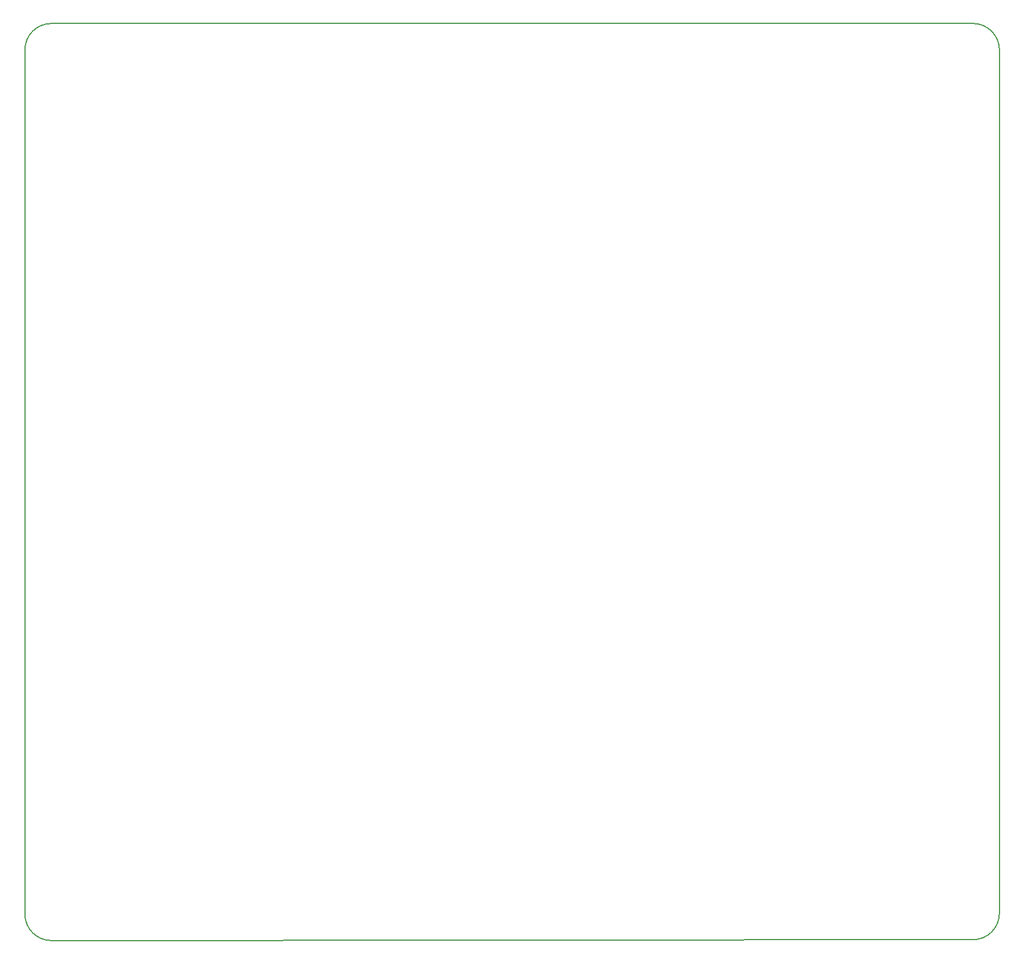
<source format=gbr>
G04 #@! TF.GenerationSoftware,KiCad,Pcbnew,(5.1.6)-1*
G04 #@! TF.CreationDate,2020-08-06T21:08:41-05:00*
G04 #@! TF.ProjectId,atv_hat_hw,6174765f-6861-4745-9f68-772e6b696361,1.0*
G04 #@! TF.SameCoordinates,Original*
G04 #@! TF.FileFunction,Profile,NP*
%FSLAX46Y46*%
G04 Gerber Fmt 4.6, Leading zero omitted, Abs format (unit mm)*
G04 Created by KiCad (PCBNEW (5.1.6)-1) date 2020-08-06 21:08:41*
%MOMM*%
%LPD*%
G01*
G04 APERTURE LIST*
G04 #@! TA.AperFunction,Profile*
%ADD10C,0.150000*%
G04 #@! TD*
G04 APERTURE END LIST*
D10*
X194183000Y-25273000D02*
X194183000Y-153797000D01*
X53086000Y-21336000D02*
X190246000Y-21336000D01*
X49149000Y-153924000D02*
X49149000Y-25273000D01*
X190246000Y-157734000D02*
X53086000Y-157861000D01*
X194183000Y-153797000D02*
G75*
G02*
X190246000Y-157734000I-3937000J0D01*
G01*
X190246000Y-21336000D02*
G75*
G02*
X194183000Y-25273000I0J-3937000D01*
G01*
X49149000Y-25273000D02*
G75*
G02*
X53086000Y-21336000I3937000J0D01*
G01*
X53086000Y-157861000D02*
G75*
G02*
X49149000Y-153924000I0J3937000D01*
G01*
M02*

</source>
